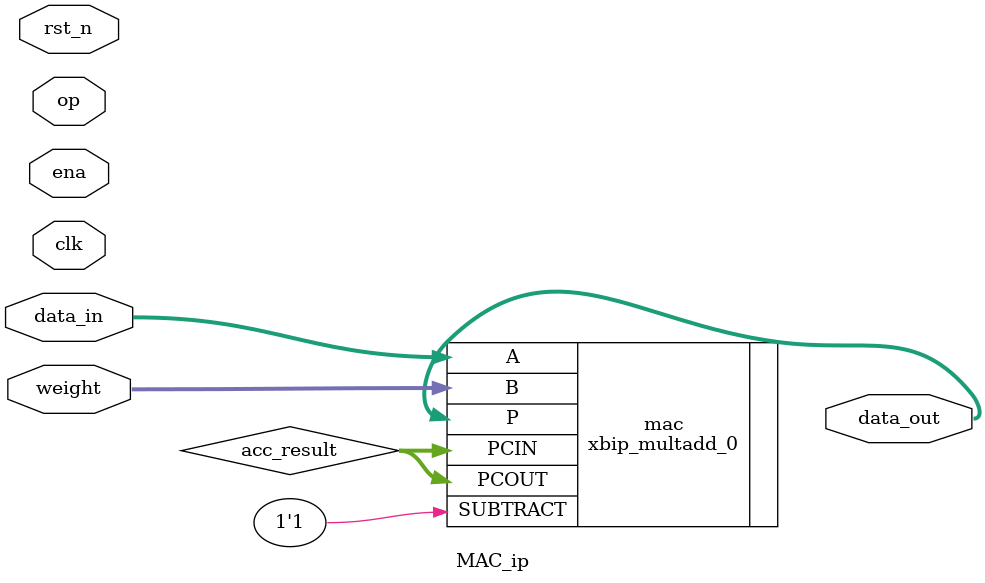
<source format=v>
`timescale 1ns / 1ps


module MAC_ip
    #(parameter IN_BIT = 8,
      parameter WEIGHT_BIT = 8,
      parameter OUT_BIT = 20,
      parameter OP_BIT = 2)
     (input clk,
      input rst_n,
      input ena,
      input signed [IN_BIT-1:0] data_in,
      input signed [WEIGHT_BIT-1:0] weight,
      input [OP_BIT-1:0] op,
      output signed [OUT_BIT-1:0]data_out);
      
      wire [IN_BIT+WEIGHT_BIT-1:0] mul_result;
      wire [47:0]acc_result;
//      wire [OUT_BIT-1:0]acc_result_temp;
      xbip_multadd_0 mac(.A(data_in),.B(weight),.SUBTRACT(1'b1),.P(data_out),.PCOUT(acc_result),.PCIN(acc_result)); 
      //xbip_multadd_0 mac(.CLK(clk),.CE(ena),.SCLR(~rst_n),.A(data_in),.B(weight),.P(data_out),.PCOUT(acc_result),.PCIN(acc_result));
      //always @(posedge clk or negedge rst_n)
      //begin
      //   if(~rst_n)
      //     acc_result<=0;
      //   else
      //     acc_result<=acc_result_temp;
      //end
    
    
endmodule

</source>
